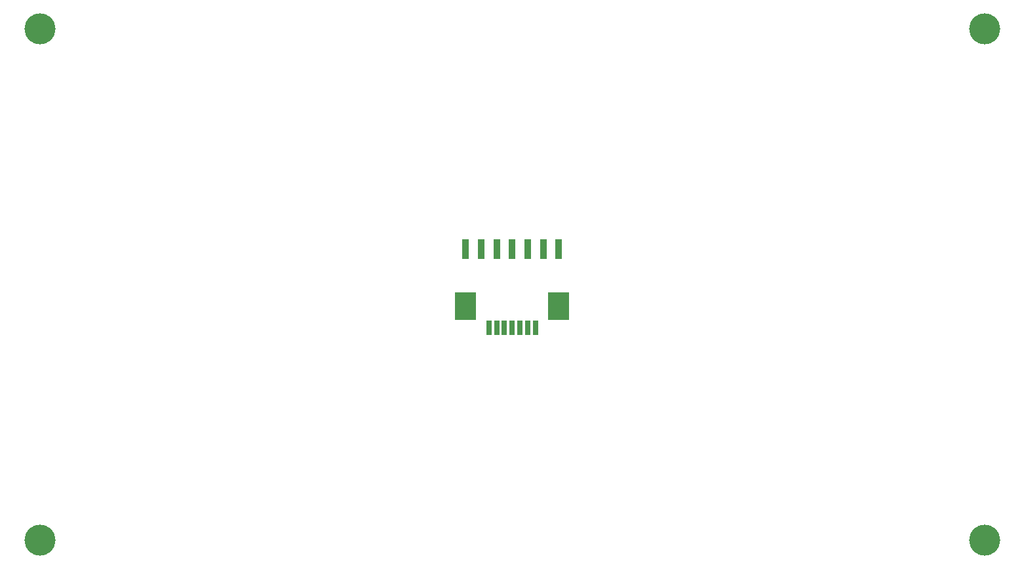
<source format=gbr>
G04 GENERATED BY PULSONIX 7.0 GERBER.DLL 4573*
%INHILLSTAR_100X50_EL_4LAYER_V1_0*%
%LNGERBER_SOLDERMASK_BOTTOM*%
%FSLAX33Y33*%
%IPPOS*%
%LPD*%
%OFA0B0*%
%MOMM*%
%ADD73R,0.951X2.551*%
%ADD628C,4.000*%
%ADD629R,0.651X1.951*%
%ADD630R,2.751X3.651*%
X0Y0D02*
D02*
D73*
X121034Y132925D03*
X123034D03*
X125034D03*
X127034D03*
X129034D03*
X131034D03*
X133034D03*
D02*
D628*
X66034Y95400D03*
Y161400D03*
X188034Y95400D03*
Y161400D03*
D02*
D629*
X124034Y122815D03*
X125034D03*
X126034D03*
X127034D03*
X128034D03*
X129034D03*
X130034D03*
D02*
D630*
X121034Y125615D03*
X133034D03*
X0Y0D02*
M02*

</source>
